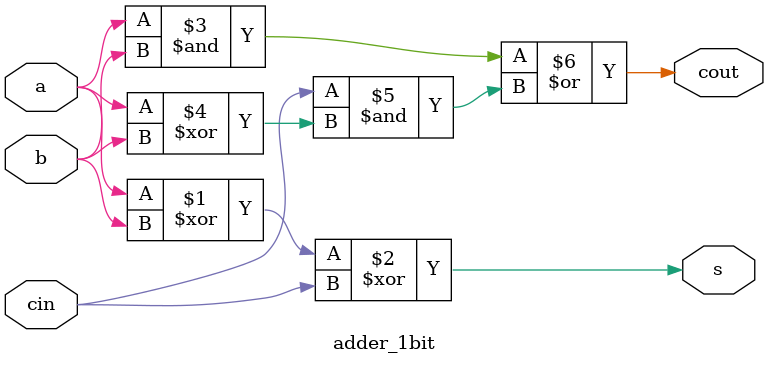
<source format=v>
module adder_1bit (
  input  a,
  input  b,
  input  cin,
  output s,
  output cout
);

  assign s    = a ^ b ^ cin;
  assign cout = (a & b) | (cin & (a ^ b));
endmodule

</source>
